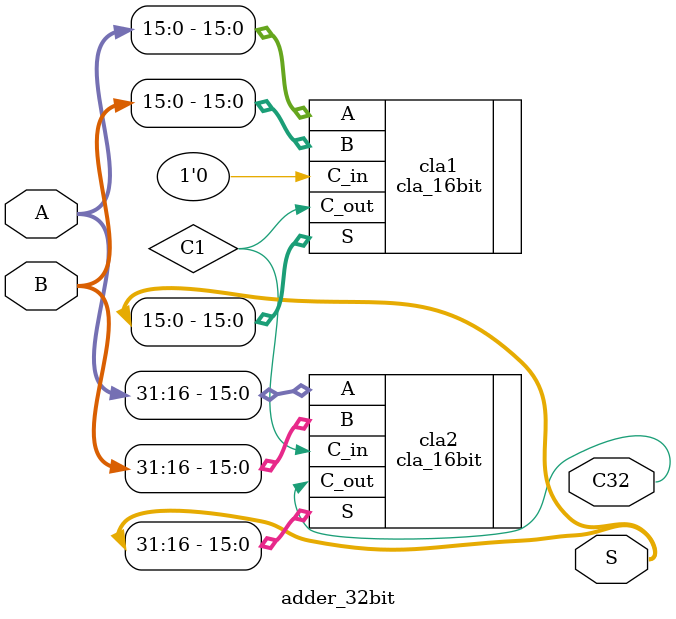
<source format=v>
module adder_32bit(A, B, S, C32);
    input [31:0] A;  // Adjust the size to standard verilog range
    input [31:0] B;  // Adjust the size to standard verilog range
    output [31:0] S; // Adjust the size to standard verilog range
    output C32;

    wire C1; // Carry out from the first 16-bit CLA

    // Instantiate first 16-bit CLA
    cla_16bit cla1 (
        .A(A[15:0]),
        .B(B[15:0]),
        .C_in(1'b0), // No carry input for the least significant add
        .S(S[15:0]),
        .C_out(C1)
    );

    // Instantiate second 16-bit CLA
    cla_16bit cla2 (
        .A(A[31:16]),
        .B(B[31:16]),
        .C_in(C1), // Carry out from the first CLA becomes the input for the second
        .S(S[31:16]),
        .C_out(C32)
    );

endmodule
</source>
